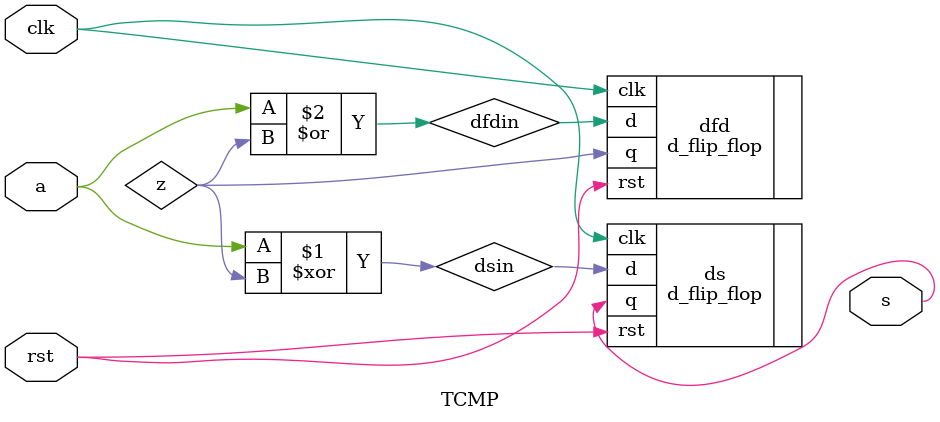
<source format=v>
/*******************************************************************
*
* Module: TCMP.v
* Project: Serial_Parallel_Multiplier
* Author: Ahmed Refaay - refaay@aucegypt.edu
* Description: Two’s Complement circuit
*
* Change history: 02/16/18 – Finished module
*                 02/22/18 – Reviewed module
*
**********************************************************************/

`include "src/global_numerics.v"

module TCMP(clk, rst, a, s);
    input wire [0:0] clk; // global clk
    input wire [0:0] rst; // global reset
    
    input wire [0:0] a; // serial input
    output wire [0:0] s; // serial output
    
    wire [0:0] z; // fd flip flop output
    wire [0:0] dsin; // s flip flop input
    wire [0:0] dfdin; // fd flip flop input
    
    assign dsin = a ^ z;
    assign dfdin = a | z;
    
    d_flip_flop ds (.clk(clk), .rst(rst), .d(dsin), .q(s)); // sum flip flop
    d_flip_flop dfd (.clk(clk), .rst(rst), .d(dfdin), .q(z)); // save carry flip flop

endmodule
</source>
